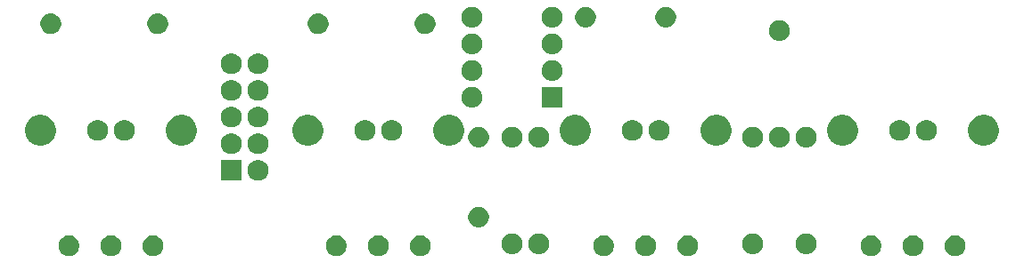
<source format=gbr>
G04 #@! TF.GenerationSoftware,KiCad,Pcbnew,(5.0.1)-3*
G04 #@! TF.CreationDate,2018-11-05T21:38:31-08:00*
G04 #@! TF.ProjectId,500-1138,3530302D313133382E6B696361645F70,rev?*
G04 #@! TF.SameCoordinates,Original*
G04 #@! TF.FileFunction,Soldermask,Bot*
G04 #@! TF.FilePolarity,Negative*
%FSLAX46Y46*%
G04 Gerber Fmt 4.6, Leading zero omitted, Abs format (unit mm)*
G04 Created by KiCad (PCBNEW (5.0.1)-3) date 11/5/2018 9:38:31 PM*
%MOMM*%
%LPD*%
G01*
G04 APERTURE LIST*
%ADD10C,0.100000*%
G04 APERTURE END LIST*
D10*
G36*
X232774853Y-111628036D02*
X232888014Y-111650545D01*
X233067709Y-111724977D01*
X233229431Y-111833036D01*
X233366964Y-111970569D01*
X233475023Y-112132291D01*
X233543557Y-112297748D01*
X233549455Y-112311987D01*
X233585312Y-112492250D01*
X233587400Y-112502750D01*
X233587400Y-112697250D01*
X233549455Y-112888014D01*
X233475023Y-113067709D01*
X233366964Y-113229431D01*
X233229431Y-113366964D01*
X233067709Y-113475023D01*
X232888014Y-113549455D01*
X232824426Y-113562103D01*
X232697252Y-113587400D01*
X232502748Y-113587400D01*
X232375574Y-113562103D01*
X232311986Y-113549455D01*
X232132291Y-113475023D01*
X231970569Y-113366964D01*
X231833036Y-113229431D01*
X231724977Y-113067709D01*
X231650545Y-112888014D01*
X231612600Y-112697250D01*
X231612600Y-112502750D01*
X231614689Y-112492250D01*
X231650545Y-112311987D01*
X231656443Y-112297748D01*
X231724977Y-112132291D01*
X231833036Y-111970569D01*
X231970569Y-111833036D01*
X232132291Y-111724977D01*
X232311986Y-111650545D01*
X232425147Y-111628036D01*
X232502748Y-111612600D01*
X232697252Y-111612600D01*
X232774853Y-111628036D01*
X232774853Y-111628036D01*
G37*
G36*
X152574853Y-111628036D02*
X152688014Y-111650545D01*
X152867709Y-111724977D01*
X153029431Y-111833036D01*
X153166964Y-111970569D01*
X153275023Y-112132291D01*
X153343557Y-112297748D01*
X153349455Y-112311987D01*
X153385312Y-112492250D01*
X153387400Y-112502750D01*
X153387400Y-112697250D01*
X153349455Y-112888014D01*
X153275023Y-113067709D01*
X153166964Y-113229431D01*
X153029431Y-113366964D01*
X152867709Y-113475023D01*
X152688014Y-113549455D01*
X152624426Y-113562103D01*
X152497252Y-113587400D01*
X152302748Y-113587400D01*
X152175574Y-113562103D01*
X152111986Y-113549455D01*
X151932291Y-113475023D01*
X151770569Y-113366964D01*
X151633036Y-113229431D01*
X151524977Y-113067709D01*
X151450545Y-112888014D01*
X151412600Y-112697250D01*
X151412600Y-112502750D01*
X151414689Y-112492250D01*
X151450545Y-112311987D01*
X151456443Y-112297748D01*
X151524977Y-112132291D01*
X151633036Y-111970569D01*
X151770569Y-111833036D01*
X151932291Y-111724977D01*
X152111986Y-111650545D01*
X152225147Y-111628036D01*
X152302748Y-111612600D01*
X152497252Y-111612600D01*
X152574853Y-111628036D01*
X152574853Y-111628036D01*
G37*
G36*
X156574853Y-111628036D02*
X156688014Y-111650545D01*
X156867709Y-111724977D01*
X157029431Y-111833036D01*
X157166964Y-111970569D01*
X157275023Y-112132291D01*
X157343557Y-112297748D01*
X157349455Y-112311987D01*
X157385312Y-112492250D01*
X157387400Y-112502750D01*
X157387400Y-112697250D01*
X157349455Y-112888014D01*
X157275023Y-113067709D01*
X157166964Y-113229431D01*
X157029431Y-113366964D01*
X156867709Y-113475023D01*
X156688014Y-113549455D01*
X156624426Y-113562103D01*
X156497252Y-113587400D01*
X156302748Y-113587400D01*
X156175574Y-113562103D01*
X156111986Y-113549455D01*
X155932291Y-113475023D01*
X155770569Y-113366964D01*
X155633036Y-113229431D01*
X155524977Y-113067709D01*
X155450545Y-112888014D01*
X155412600Y-112697250D01*
X155412600Y-112502750D01*
X155414689Y-112492250D01*
X155450545Y-112311987D01*
X155456443Y-112297748D01*
X155524977Y-112132291D01*
X155633036Y-111970569D01*
X155770569Y-111833036D01*
X155932291Y-111724977D01*
X156111986Y-111650545D01*
X156225147Y-111628036D01*
X156302748Y-111612600D01*
X156497252Y-111612600D01*
X156574853Y-111628036D01*
X156574853Y-111628036D01*
G37*
G36*
X148574853Y-111628036D02*
X148688014Y-111650545D01*
X148867709Y-111724977D01*
X149029431Y-111833036D01*
X149166964Y-111970569D01*
X149275023Y-112132291D01*
X149343557Y-112297748D01*
X149349455Y-112311987D01*
X149385312Y-112492250D01*
X149387400Y-112502750D01*
X149387400Y-112697250D01*
X149349455Y-112888014D01*
X149275023Y-113067709D01*
X149166964Y-113229431D01*
X149029431Y-113366964D01*
X148867709Y-113475023D01*
X148688014Y-113549455D01*
X148624426Y-113562103D01*
X148497252Y-113587400D01*
X148302748Y-113587400D01*
X148175574Y-113562103D01*
X148111986Y-113549455D01*
X147932291Y-113475023D01*
X147770569Y-113366964D01*
X147633036Y-113229431D01*
X147524977Y-113067709D01*
X147450545Y-112888014D01*
X147412600Y-112697250D01*
X147412600Y-112502750D01*
X147414689Y-112492250D01*
X147450545Y-112311987D01*
X147456443Y-112297748D01*
X147524977Y-112132291D01*
X147633036Y-111970569D01*
X147770569Y-111833036D01*
X147932291Y-111724977D01*
X148111986Y-111650545D01*
X148225147Y-111628036D01*
X148302748Y-111612600D01*
X148497252Y-111612600D01*
X148574853Y-111628036D01*
X148574853Y-111628036D01*
G37*
G36*
X173974853Y-111628036D02*
X174088014Y-111650545D01*
X174267709Y-111724977D01*
X174429431Y-111833036D01*
X174566964Y-111970569D01*
X174675023Y-112132291D01*
X174743557Y-112297748D01*
X174749455Y-112311987D01*
X174785312Y-112492250D01*
X174787400Y-112502750D01*
X174787400Y-112697250D01*
X174749455Y-112888014D01*
X174675023Y-113067709D01*
X174566964Y-113229431D01*
X174429431Y-113366964D01*
X174267709Y-113475023D01*
X174088014Y-113549455D01*
X174024426Y-113562103D01*
X173897252Y-113587400D01*
X173702748Y-113587400D01*
X173575574Y-113562103D01*
X173511986Y-113549455D01*
X173332291Y-113475023D01*
X173170569Y-113366964D01*
X173033036Y-113229431D01*
X172924977Y-113067709D01*
X172850545Y-112888014D01*
X172812600Y-112697250D01*
X172812600Y-112502750D01*
X172814689Y-112492250D01*
X172850545Y-112311987D01*
X172856443Y-112297748D01*
X172924977Y-112132291D01*
X173033036Y-111970569D01*
X173170569Y-111833036D01*
X173332291Y-111724977D01*
X173511986Y-111650545D01*
X173625147Y-111628036D01*
X173702748Y-111612600D01*
X173897252Y-111612600D01*
X173974853Y-111628036D01*
X173974853Y-111628036D01*
G37*
G36*
X181974853Y-111628036D02*
X182088014Y-111650545D01*
X182267709Y-111724977D01*
X182429431Y-111833036D01*
X182566964Y-111970569D01*
X182675023Y-112132291D01*
X182743557Y-112297748D01*
X182749455Y-112311987D01*
X182785312Y-112492250D01*
X182787400Y-112502750D01*
X182787400Y-112697250D01*
X182749455Y-112888014D01*
X182675023Y-113067709D01*
X182566964Y-113229431D01*
X182429431Y-113366964D01*
X182267709Y-113475023D01*
X182088014Y-113549455D01*
X182024426Y-113562103D01*
X181897252Y-113587400D01*
X181702748Y-113587400D01*
X181575574Y-113562103D01*
X181511986Y-113549455D01*
X181332291Y-113475023D01*
X181170569Y-113366964D01*
X181033036Y-113229431D01*
X180924977Y-113067709D01*
X180850545Y-112888014D01*
X180812600Y-112697250D01*
X180812600Y-112502750D01*
X180814689Y-112492250D01*
X180850545Y-112311987D01*
X180856443Y-112297748D01*
X180924977Y-112132291D01*
X181033036Y-111970569D01*
X181170569Y-111833036D01*
X181332291Y-111724977D01*
X181511986Y-111650545D01*
X181625147Y-111628036D01*
X181702748Y-111612600D01*
X181897252Y-111612600D01*
X181974853Y-111628036D01*
X181974853Y-111628036D01*
G37*
G36*
X177974853Y-111628036D02*
X178088014Y-111650545D01*
X178267709Y-111724977D01*
X178429431Y-111833036D01*
X178566964Y-111970569D01*
X178675023Y-112132291D01*
X178743557Y-112297748D01*
X178749455Y-112311987D01*
X178785312Y-112492250D01*
X178787400Y-112502750D01*
X178787400Y-112697250D01*
X178749455Y-112888014D01*
X178675023Y-113067709D01*
X178566964Y-113229431D01*
X178429431Y-113366964D01*
X178267709Y-113475023D01*
X178088014Y-113549455D01*
X178024426Y-113562103D01*
X177897252Y-113587400D01*
X177702748Y-113587400D01*
X177575574Y-113562103D01*
X177511986Y-113549455D01*
X177332291Y-113475023D01*
X177170569Y-113366964D01*
X177033036Y-113229431D01*
X176924977Y-113067709D01*
X176850545Y-112888014D01*
X176812600Y-112697250D01*
X176812600Y-112502750D01*
X176814689Y-112492250D01*
X176850545Y-112311987D01*
X176856443Y-112297748D01*
X176924977Y-112132291D01*
X177033036Y-111970569D01*
X177170569Y-111833036D01*
X177332291Y-111724977D01*
X177511986Y-111650545D01*
X177625147Y-111628036D01*
X177702748Y-111612600D01*
X177897252Y-111612600D01*
X177974853Y-111628036D01*
X177974853Y-111628036D01*
G37*
G36*
X203374853Y-111628036D02*
X203488014Y-111650545D01*
X203667709Y-111724977D01*
X203829431Y-111833036D01*
X203966964Y-111970569D01*
X204075023Y-112132291D01*
X204143557Y-112297748D01*
X204149455Y-112311987D01*
X204185312Y-112492250D01*
X204187400Y-112502750D01*
X204187400Y-112697250D01*
X204149455Y-112888014D01*
X204075023Y-113067709D01*
X203966964Y-113229431D01*
X203829431Y-113366964D01*
X203667709Y-113475023D01*
X203488014Y-113549455D01*
X203424426Y-113562103D01*
X203297252Y-113587400D01*
X203102748Y-113587400D01*
X202975574Y-113562103D01*
X202911986Y-113549455D01*
X202732291Y-113475023D01*
X202570569Y-113366964D01*
X202433036Y-113229431D01*
X202324977Y-113067709D01*
X202250545Y-112888014D01*
X202212600Y-112697250D01*
X202212600Y-112502750D01*
X202214689Y-112492250D01*
X202250545Y-112311987D01*
X202256443Y-112297748D01*
X202324977Y-112132291D01*
X202433036Y-111970569D01*
X202570569Y-111833036D01*
X202732291Y-111724977D01*
X202911986Y-111650545D01*
X203025147Y-111628036D01*
X203102748Y-111612600D01*
X203297252Y-111612600D01*
X203374853Y-111628036D01*
X203374853Y-111628036D01*
G37*
G36*
X207374853Y-111628036D02*
X207488014Y-111650545D01*
X207667709Y-111724977D01*
X207829431Y-111833036D01*
X207966964Y-111970569D01*
X208075023Y-112132291D01*
X208143557Y-112297748D01*
X208149455Y-112311987D01*
X208185312Y-112492250D01*
X208187400Y-112502750D01*
X208187400Y-112697250D01*
X208149455Y-112888014D01*
X208075023Y-113067709D01*
X207966964Y-113229431D01*
X207829431Y-113366964D01*
X207667709Y-113475023D01*
X207488014Y-113549455D01*
X207424426Y-113562103D01*
X207297252Y-113587400D01*
X207102748Y-113587400D01*
X206975574Y-113562103D01*
X206911986Y-113549455D01*
X206732291Y-113475023D01*
X206570569Y-113366964D01*
X206433036Y-113229431D01*
X206324977Y-113067709D01*
X206250545Y-112888014D01*
X206212600Y-112697250D01*
X206212600Y-112502750D01*
X206214689Y-112492250D01*
X206250545Y-112311987D01*
X206256443Y-112297748D01*
X206324977Y-112132291D01*
X206433036Y-111970569D01*
X206570569Y-111833036D01*
X206732291Y-111724977D01*
X206911986Y-111650545D01*
X207025147Y-111628036D01*
X207102748Y-111612600D01*
X207297252Y-111612600D01*
X207374853Y-111628036D01*
X207374853Y-111628036D01*
G37*
G36*
X199374853Y-111628036D02*
X199488014Y-111650545D01*
X199667709Y-111724977D01*
X199829431Y-111833036D01*
X199966964Y-111970569D01*
X200075023Y-112132291D01*
X200143557Y-112297748D01*
X200149455Y-112311987D01*
X200185312Y-112492250D01*
X200187400Y-112502750D01*
X200187400Y-112697250D01*
X200149455Y-112888014D01*
X200075023Y-113067709D01*
X199966964Y-113229431D01*
X199829431Y-113366964D01*
X199667709Y-113475023D01*
X199488014Y-113549455D01*
X199424426Y-113562103D01*
X199297252Y-113587400D01*
X199102748Y-113587400D01*
X198975574Y-113562103D01*
X198911986Y-113549455D01*
X198732291Y-113475023D01*
X198570569Y-113366964D01*
X198433036Y-113229431D01*
X198324977Y-113067709D01*
X198250545Y-112888014D01*
X198212600Y-112697250D01*
X198212600Y-112502750D01*
X198214689Y-112492250D01*
X198250545Y-112311987D01*
X198256443Y-112297748D01*
X198324977Y-112132291D01*
X198433036Y-111970569D01*
X198570569Y-111833036D01*
X198732291Y-111724977D01*
X198911986Y-111650545D01*
X199025147Y-111628036D01*
X199102748Y-111612600D01*
X199297252Y-111612600D01*
X199374853Y-111628036D01*
X199374853Y-111628036D01*
G37*
G36*
X224774853Y-111628036D02*
X224888014Y-111650545D01*
X225067709Y-111724977D01*
X225229431Y-111833036D01*
X225366964Y-111970569D01*
X225475023Y-112132291D01*
X225543557Y-112297748D01*
X225549455Y-112311987D01*
X225585312Y-112492250D01*
X225587400Y-112502750D01*
X225587400Y-112697250D01*
X225549455Y-112888014D01*
X225475023Y-113067709D01*
X225366964Y-113229431D01*
X225229431Y-113366964D01*
X225067709Y-113475023D01*
X224888014Y-113549455D01*
X224824426Y-113562103D01*
X224697252Y-113587400D01*
X224502748Y-113587400D01*
X224375574Y-113562103D01*
X224311986Y-113549455D01*
X224132291Y-113475023D01*
X223970569Y-113366964D01*
X223833036Y-113229431D01*
X223724977Y-113067709D01*
X223650545Y-112888014D01*
X223612600Y-112697250D01*
X223612600Y-112502750D01*
X223614689Y-112492250D01*
X223650545Y-112311987D01*
X223656443Y-112297748D01*
X223724977Y-112132291D01*
X223833036Y-111970569D01*
X223970569Y-111833036D01*
X224132291Y-111724977D01*
X224311986Y-111650545D01*
X224425147Y-111628036D01*
X224502748Y-111612600D01*
X224697252Y-111612600D01*
X224774853Y-111628036D01*
X224774853Y-111628036D01*
G37*
G36*
X228774853Y-111628036D02*
X228888014Y-111650545D01*
X229067709Y-111724977D01*
X229229431Y-111833036D01*
X229366964Y-111970569D01*
X229475023Y-112132291D01*
X229543557Y-112297748D01*
X229549455Y-112311987D01*
X229585312Y-112492250D01*
X229587400Y-112502750D01*
X229587400Y-112697250D01*
X229549455Y-112888014D01*
X229475023Y-113067709D01*
X229366964Y-113229431D01*
X229229431Y-113366964D01*
X229067709Y-113475023D01*
X228888014Y-113549455D01*
X228824426Y-113562103D01*
X228697252Y-113587400D01*
X228502748Y-113587400D01*
X228375574Y-113562103D01*
X228311986Y-113549455D01*
X228132291Y-113475023D01*
X227970569Y-113366964D01*
X227833036Y-113229431D01*
X227724977Y-113067709D01*
X227650545Y-112888014D01*
X227612600Y-112697250D01*
X227612600Y-112502750D01*
X227614689Y-112492250D01*
X227650545Y-112311987D01*
X227656443Y-112297748D01*
X227724977Y-112132291D01*
X227833036Y-111970569D01*
X227970569Y-111833036D01*
X228132291Y-111724977D01*
X228311986Y-111650545D01*
X228425147Y-111628036D01*
X228502748Y-111612600D01*
X228697252Y-111612600D01*
X228774853Y-111628036D01*
X228774853Y-111628036D01*
G37*
G36*
X218664426Y-111432897D02*
X218728014Y-111445545D01*
X218907709Y-111519977D01*
X219069431Y-111628036D01*
X219206964Y-111765569D01*
X219315023Y-111927291D01*
X219332949Y-111970569D01*
X219389455Y-112106987D01*
X219427400Y-112297748D01*
X219427400Y-112492252D01*
X219402103Y-112619426D01*
X219389455Y-112683014D01*
X219315023Y-112862709D01*
X219206964Y-113024431D01*
X219069431Y-113161964D01*
X218907709Y-113270023D01*
X218728014Y-113344455D01*
X218664426Y-113357103D01*
X218537252Y-113382400D01*
X218342748Y-113382400D01*
X218215574Y-113357103D01*
X218151986Y-113344455D01*
X217972291Y-113270023D01*
X217810569Y-113161964D01*
X217673036Y-113024431D01*
X217564977Y-112862709D01*
X217490545Y-112683014D01*
X217477897Y-112619426D01*
X217452600Y-112492252D01*
X217452600Y-112297748D01*
X217490545Y-112106987D01*
X217547051Y-111970569D01*
X217564977Y-111927291D01*
X217673036Y-111765569D01*
X217810569Y-111628036D01*
X217972291Y-111519977D01*
X218151986Y-111445545D01*
X218215574Y-111432897D01*
X218342748Y-111407600D01*
X218537252Y-111407600D01*
X218664426Y-111432897D01*
X218664426Y-111432897D01*
G37*
G36*
X193264426Y-111432897D02*
X193328014Y-111445545D01*
X193507709Y-111519977D01*
X193669431Y-111628036D01*
X193806964Y-111765569D01*
X193915023Y-111927291D01*
X193932949Y-111970569D01*
X193989455Y-112106987D01*
X194027400Y-112297748D01*
X194027400Y-112492252D01*
X194002103Y-112619426D01*
X193989455Y-112683014D01*
X193915023Y-112862709D01*
X193806964Y-113024431D01*
X193669431Y-113161964D01*
X193507709Y-113270023D01*
X193328014Y-113344455D01*
X193264426Y-113357103D01*
X193137252Y-113382400D01*
X192942748Y-113382400D01*
X192815574Y-113357103D01*
X192751986Y-113344455D01*
X192572291Y-113270023D01*
X192410569Y-113161964D01*
X192273036Y-113024431D01*
X192164977Y-112862709D01*
X192090545Y-112683014D01*
X192077897Y-112619426D01*
X192052600Y-112492252D01*
X192052600Y-112297748D01*
X192090545Y-112106987D01*
X192147051Y-111970569D01*
X192164977Y-111927291D01*
X192273036Y-111765569D01*
X192410569Y-111628036D01*
X192572291Y-111519977D01*
X192751986Y-111445545D01*
X192815574Y-111432897D01*
X192942748Y-111407600D01*
X193137252Y-111407600D01*
X193264426Y-111432897D01*
X193264426Y-111432897D01*
G37*
G36*
X213584426Y-111432897D02*
X213648014Y-111445545D01*
X213827709Y-111519977D01*
X213989431Y-111628036D01*
X214126964Y-111765569D01*
X214235023Y-111927291D01*
X214252949Y-111970569D01*
X214309455Y-112106987D01*
X214347400Y-112297748D01*
X214347400Y-112492252D01*
X214322103Y-112619426D01*
X214309455Y-112683014D01*
X214235023Y-112862709D01*
X214126964Y-113024431D01*
X213989431Y-113161964D01*
X213827709Y-113270023D01*
X213648014Y-113344455D01*
X213584426Y-113357103D01*
X213457252Y-113382400D01*
X213262748Y-113382400D01*
X213135574Y-113357103D01*
X213071986Y-113344455D01*
X212892291Y-113270023D01*
X212730569Y-113161964D01*
X212593036Y-113024431D01*
X212484977Y-112862709D01*
X212410545Y-112683014D01*
X212397897Y-112619426D01*
X212372600Y-112492252D01*
X212372600Y-112297748D01*
X212410545Y-112106987D01*
X212467051Y-111970569D01*
X212484977Y-111927291D01*
X212593036Y-111765569D01*
X212730569Y-111628036D01*
X212892291Y-111519977D01*
X213071986Y-111445545D01*
X213135574Y-111432897D01*
X213262748Y-111407600D01*
X213457252Y-111407600D01*
X213584426Y-111432897D01*
X213584426Y-111432897D01*
G37*
G36*
X190724426Y-111432897D02*
X190788014Y-111445545D01*
X190967709Y-111519977D01*
X191129431Y-111628036D01*
X191266964Y-111765569D01*
X191375023Y-111927291D01*
X191392949Y-111970569D01*
X191449455Y-112106987D01*
X191487400Y-112297748D01*
X191487400Y-112492252D01*
X191462103Y-112619426D01*
X191449455Y-112683014D01*
X191375023Y-112862709D01*
X191266964Y-113024431D01*
X191129431Y-113161964D01*
X190967709Y-113270023D01*
X190788014Y-113344455D01*
X190724426Y-113357103D01*
X190597252Y-113382400D01*
X190402748Y-113382400D01*
X190275574Y-113357103D01*
X190211986Y-113344455D01*
X190032291Y-113270023D01*
X189870569Y-113161964D01*
X189733036Y-113024431D01*
X189624977Y-112862709D01*
X189550545Y-112683014D01*
X189537897Y-112619426D01*
X189512600Y-112492252D01*
X189512600Y-112297748D01*
X189550545Y-112106987D01*
X189607051Y-111970569D01*
X189624977Y-111927291D01*
X189733036Y-111765569D01*
X189870569Y-111628036D01*
X190032291Y-111519977D01*
X190211986Y-111445545D01*
X190275574Y-111432897D01*
X190402748Y-111407600D01*
X190597252Y-111407600D01*
X190724426Y-111432897D01*
X190724426Y-111432897D01*
G37*
G36*
X187549426Y-108892897D02*
X187613014Y-108905545D01*
X187792709Y-108979977D01*
X187954431Y-109088036D01*
X188091964Y-109225569D01*
X188200023Y-109387291D01*
X188274455Y-109566986D01*
X188312400Y-109757750D01*
X188312400Y-109952250D01*
X188274455Y-110143014D01*
X188200023Y-110322709D01*
X188091964Y-110484431D01*
X187954431Y-110621964D01*
X187792709Y-110730023D01*
X187613014Y-110804455D01*
X187549426Y-110817103D01*
X187422252Y-110842400D01*
X187227748Y-110842400D01*
X187100574Y-110817103D01*
X187036986Y-110804455D01*
X186857291Y-110730023D01*
X186695569Y-110621964D01*
X186558036Y-110484431D01*
X186449977Y-110322709D01*
X186375545Y-110143014D01*
X186337600Y-109952250D01*
X186337600Y-109757750D01*
X186375545Y-109566986D01*
X186449977Y-109387291D01*
X186558036Y-109225569D01*
X186695569Y-109088036D01*
X186857291Y-108979977D01*
X187036986Y-108905545D01*
X187100574Y-108892897D01*
X187227748Y-108867600D01*
X187422252Y-108867600D01*
X187549426Y-108892897D01*
X187549426Y-108892897D01*
G37*
G36*
X166594426Y-104447897D02*
X166658014Y-104460545D01*
X166837709Y-104534977D01*
X166999431Y-104643036D01*
X167136964Y-104780569D01*
X167245023Y-104942291D01*
X167319455Y-105121986D01*
X167357400Y-105312750D01*
X167357400Y-105507250D01*
X167319455Y-105698014D01*
X167245023Y-105877709D01*
X167136964Y-106039431D01*
X166999431Y-106176964D01*
X166837709Y-106285023D01*
X166658014Y-106359455D01*
X166594426Y-106372103D01*
X166467252Y-106397400D01*
X166272748Y-106397400D01*
X166145574Y-106372103D01*
X166081986Y-106359455D01*
X165902291Y-106285023D01*
X165740569Y-106176964D01*
X165603036Y-106039431D01*
X165494977Y-105877709D01*
X165420545Y-105698014D01*
X165382600Y-105507250D01*
X165382600Y-105312750D01*
X165420545Y-105121986D01*
X165494977Y-104942291D01*
X165603036Y-104780569D01*
X165740569Y-104643036D01*
X165902291Y-104534977D01*
X166081986Y-104460545D01*
X166145574Y-104447897D01*
X166272748Y-104422600D01*
X166467252Y-104422600D01*
X166594426Y-104447897D01*
X166594426Y-104447897D01*
G37*
G36*
X164817400Y-106397400D02*
X162842600Y-106397400D01*
X162842600Y-104422600D01*
X164817400Y-104422600D01*
X164817400Y-106397400D01*
X164817400Y-106397400D01*
G37*
G36*
X166594426Y-101907897D02*
X166658014Y-101920545D01*
X166837709Y-101994977D01*
X166999431Y-102103036D01*
X167136964Y-102240569D01*
X167245023Y-102402291D01*
X167305980Y-102549455D01*
X167319455Y-102581987D01*
X167357400Y-102772748D01*
X167357400Y-102967252D01*
X167336962Y-103070000D01*
X167319455Y-103158014D01*
X167245023Y-103337709D01*
X167136964Y-103499431D01*
X166999431Y-103636964D01*
X166837709Y-103745023D01*
X166658014Y-103819455D01*
X166594426Y-103832103D01*
X166467252Y-103857400D01*
X166272748Y-103857400D01*
X166145574Y-103832103D01*
X166081986Y-103819455D01*
X165902291Y-103745023D01*
X165740569Y-103636964D01*
X165603036Y-103499431D01*
X165494977Y-103337709D01*
X165420545Y-103158014D01*
X165403038Y-103070000D01*
X165382600Y-102967252D01*
X165382600Y-102772748D01*
X165420545Y-102581987D01*
X165434020Y-102549455D01*
X165494977Y-102402291D01*
X165603036Y-102240569D01*
X165740569Y-102103036D01*
X165902291Y-101994977D01*
X166081986Y-101920545D01*
X166145574Y-101907897D01*
X166272748Y-101882600D01*
X166467252Y-101882600D01*
X166594426Y-101907897D01*
X166594426Y-101907897D01*
G37*
G36*
X164054426Y-101907897D02*
X164118014Y-101920545D01*
X164297709Y-101994977D01*
X164459431Y-102103036D01*
X164596964Y-102240569D01*
X164705023Y-102402291D01*
X164765980Y-102549455D01*
X164779455Y-102581987D01*
X164817400Y-102772748D01*
X164817400Y-102967252D01*
X164796962Y-103070000D01*
X164779455Y-103158014D01*
X164705023Y-103337709D01*
X164596964Y-103499431D01*
X164459431Y-103636964D01*
X164297709Y-103745023D01*
X164118014Y-103819455D01*
X164054426Y-103832103D01*
X163927252Y-103857400D01*
X163732748Y-103857400D01*
X163605574Y-103832103D01*
X163541986Y-103819455D01*
X163362291Y-103745023D01*
X163200569Y-103636964D01*
X163063036Y-103499431D01*
X162954977Y-103337709D01*
X162880545Y-103158014D01*
X162863038Y-103070000D01*
X162842600Y-102967252D01*
X162842600Y-102772748D01*
X162880545Y-102581987D01*
X162894020Y-102549455D01*
X162954977Y-102402291D01*
X163063036Y-102240569D01*
X163200569Y-102103036D01*
X163362291Y-101994977D01*
X163541986Y-101920545D01*
X163605574Y-101907897D01*
X163732748Y-101882600D01*
X163927252Y-101882600D01*
X164054426Y-101907897D01*
X164054426Y-101907897D01*
G37*
G36*
X193264426Y-101272897D02*
X193328014Y-101285545D01*
X193507709Y-101359977D01*
X193669431Y-101468036D01*
X193806964Y-101605569D01*
X193915023Y-101767291D01*
X193989455Y-101946986D01*
X193989455Y-101946987D01*
X194027400Y-102137748D01*
X194027400Y-102332252D01*
X194020495Y-102366964D01*
X193989455Y-102523014D01*
X193915023Y-102702709D01*
X193806964Y-102864431D01*
X193669431Y-103001964D01*
X193507709Y-103110023D01*
X193328014Y-103184455D01*
X193264426Y-103197103D01*
X193137252Y-103222400D01*
X192942748Y-103222400D01*
X192815574Y-103197103D01*
X192751986Y-103184455D01*
X192572291Y-103110023D01*
X192410569Y-103001964D01*
X192273036Y-102864431D01*
X192164977Y-102702709D01*
X192090545Y-102523014D01*
X192059505Y-102366964D01*
X192052600Y-102332252D01*
X192052600Y-102137748D01*
X192090545Y-101946987D01*
X192090545Y-101946986D01*
X192164977Y-101767291D01*
X192273036Y-101605569D01*
X192410569Y-101468036D01*
X192572291Y-101359977D01*
X192751986Y-101285545D01*
X192815574Y-101272897D01*
X192942748Y-101247600D01*
X193137252Y-101247600D01*
X193264426Y-101272897D01*
X193264426Y-101272897D01*
G37*
G36*
X187549426Y-101272897D02*
X187613014Y-101285545D01*
X187792709Y-101359977D01*
X187954431Y-101468036D01*
X188091964Y-101605569D01*
X188200023Y-101767291D01*
X188274455Y-101946986D01*
X188274455Y-101946987D01*
X188312400Y-102137748D01*
X188312400Y-102332252D01*
X188305495Y-102366964D01*
X188274455Y-102523014D01*
X188200023Y-102702709D01*
X188091964Y-102864431D01*
X187954431Y-103001964D01*
X187792709Y-103110023D01*
X187613014Y-103184455D01*
X187549426Y-103197103D01*
X187422252Y-103222400D01*
X187227748Y-103222400D01*
X187100574Y-103197103D01*
X187036986Y-103184455D01*
X186857291Y-103110023D01*
X186695569Y-103001964D01*
X186558036Y-102864431D01*
X186449977Y-102702709D01*
X186375545Y-102523014D01*
X186344505Y-102366964D01*
X186337600Y-102332252D01*
X186337600Y-102137748D01*
X186375545Y-101946987D01*
X186375545Y-101946986D01*
X186449977Y-101767291D01*
X186558036Y-101605569D01*
X186695569Y-101468036D01*
X186857291Y-101359977D01*
X187036986Y-101285545D01*
X187100574Y-101272897D01*
X187227748Y-101247600D01*
X187422252Y-101247600D01*
X187549426Y-101272897D01*
X187549426Y-101272897D01*
G37*
G36*
X213584426Y-101272897D02*
X213648014Y-101285545D01*
X213827709Y-101359977D01*
X213989431Y-101468036D01*
X214126964Y-101605569D01*
X214235023Y-101767291D01*
X214309455Y-101946986D01*
X214309455Y-101946987D01*
X214347400Y-102137748D01*
X214347400Y-102332252D01*
X214340495Y-102366964D01*
X214309455Y-102523014D01*
X214235023Y-102702709D01*
X214126964Y-102864431D01*
X213989431Y-103001964D01*
X213827709Y-103110023D01*
X213648014Y-103184455D01*
X213584426Y-103197103D01*
X213457252Y-103222400D01*
X213262748Y-103222400D01*
X213135574Y-103197103D01*
X213071986Y-103184455D01*
X212892291Y-103110023D01*
X212730569Y-103001964D01*
X212593036Y-102864431D01*
X212484977Y-102702709D01*
X212410545Y-102523014D01*
X212379505Y-102366964D01*
X212372600Y-102332252D01*
X212372600Y-102137748D01*
X212410545Y-101946987D01*
X212410545Y-101946986D01*
X212484977Y-101767291D01*
X212593036Y-101605569D01*
X212730569Y-101468036D01*
X212892291Y-101359977D01*
X213071986Y-101285545D01*
X213135574Y-101272897D01*
X213262748Y-101247600D01*
X213457252Y-101247600D01*
X213584426Y-101272897D01*
X213584426Y-101272897D01*
G37*
G36*
X216124426Y-101272897D02*
X216188014Y-101285545D01*
X216367709Y-101359977D01*
X216529431Y-101468036D01*
X216666964Y-101605569D01*
X216775023Y-101767291D01*
X216849455Y-101946986D01*
X216849455Y-101946987D01*
X216887400Y-102137748D01*
X216887400Y-102332252D01*
X216880495Y-102366964D01*
X216849455Y-102523014D01*
X216775023Y-102702709D01*
X216666964Y-102864431D01*
X216529431Y-103001964D01*
X216367709Y-103110023D01*
X216188014Y-103184455D01*
X216124426Y-103197103D01*
X215997252Y-103222400D01*
X215802748Y-103222400D01*
X215675574Y-103197103D01*
X215611986Y-103184455D01*
X215432291Y-103110023D01*
X215270569Y-103001964D01*
X215133036Y-102864431D01*
X215024977Y-102702709D01*
X214950545Y-102523014D01*
X214919505Y-102366964D01*
X214912600Y-102332252D01*
X214912600Y-102137748D01*
X214950545Y-101946987D01*
X214950545Y-101946986D01*
X215024977Y-101767291D01*
X215133036Y-101605569D01*
X215270569Y-101468036D01*
X215432291Y-101359977D01*
X215611986Y-101285545D01*
X215675574Y-101272897D01*
X215802748Y-101247600D01*
X215997252Y-101247600D01*
X216124426Y-101272897D01*
X216124426Y-101272897D01*
G37*
G36*
X218664426Y-101272897D02*
X218728014Y-101285545D01*
X218907709Y-101359977D01*
X219069431Y-101468036D01*
X219206964Y-101605569D01*
X219315023Y-101767291D01*
X219389455Y-101946986D01*
X219389455Y-101946987D01*
X219427400Y-102137748D01*
X219427400Y-102332252D01*
X219420495Y-102366964D01*
X219389455Y-102523014D01*
X219315023Y-102702709D01*
X219206964Y-102864431D01*
X219069431Y-103001964D01*
X218907709Y-103110023D01*
X218728014Y-103184455D01*
X218664426Y-103197103D01*
X218537252Y-103222400D01*
X218342748Y-103222400D01*
X218215574Y-103197103D01*
X218151986Y-103184455D01*
X217972291Y-103110023D01*
X217810569Y-103001964D01*
X217673036Y-102864431D01*
X217564977Y-102702709D01*
X217490545Y-102523014D01*
X217459505Y-102366964D01*
X217452600Y-102332252D01*
X217452600Y-102137748D01*
X217490545Y-101946987D01*
X217490545Y-101946986D01*
X217564977Y-101767291D01*
X217673036Y-101605569D01*
X217810569Y-101468036D01*
X217972291Y-101359977D01*
X218151986Y-101285545D01*
X218215574Y-101272897D01*
X218342748Y-101247600D01*
X218537252Y-101247600D01*
X218664426Y-101272897D01*
X218664426Y-101272897D01*
G37*
G36*
X190724426Y-101272897D02*
X190788014Y-101285545D01*
X190967709Y-101359977D01*
X191129431Y-101468036D01*
X191266964Y-101605569D01*
X191375023Y-101767291D01*
X191449455Y-101946986D01*
X191449455Y-101946987D01*
X191487400Y-102137748D01*
X191487400Y-102332252D01*
X191480495Y-102366964D01*
X191449455Y-102523014D01*
X191375023Y-102702709D01*
X191266964Y-102864431D01*
X191129431Y-103001964D01*
X190967709Y-103110023D01*
X190788014Y-103184455D01*
X190724426Y-103197103D01*
X190597252Y-103222400D01*
X190402748Y-103222400D01*
X190275574Y-103197103D01*
X190211986Y-103184455D01*
X190032291Y-103110023D01*
X189870569Y-103001964D01*
X189733036Y-102864431D01*
X189624977Y-102702709D01*
X189550545Y-102523014D01*
X189519505Y-102366964D01*
X189512600Y-102332252D01*
X189512600Y-102137748D01*
X189550545Y-101946987D01*
X189550545Y-101946986D01*
X189624977Y-101767291D01*
X189733036Y-101605569D01*
X189870569Y-101468036D01*
X190032291Y-101359977D01*
X190211986Y-101285545D01*
X190275574Y-101272897D01*
X190402748Y-101247600D01*
X190597252Y-101247600D01*
X190724426Y-101272897D01*
X190724426Y-101272897D01*
G37*
G36*
X159528781Y-100186490D02*
X159796307Y-100297303D01*
X160037074Y-100458178D01*
X160241822Y-100662926D01*
X160402697Y-100903693D01*
X160513510Y-101171219D01*
X160570000Y-101455216D01*
X160570000Y-101744784D01*
X160513510Y-102028781D01*
X160402697Y-102296307D01*
X160241822Y-102537074D01*
X160037074Y-102741822D01*
X159796307Y-102902697D01*
X159528781Y-103013510D01*
X159244784Y-103070000D01*
X158955216Y-103070000D01*
X158671219Y-103013510D01*
X158403693Y-102902697D01*
X158162926Y-102741822D01*
X157958178Y-102537074D01*
X157797303Y-102296307D01*
X157686490Y-102028781D01*
X157630000Y-101744784D01*
X157630000Y-101455216D01*
X157686490Y-101171219D01*
X157797303Y-100903693D01*
X157958178Y-100662926D01*
X158162926Y-100458178D01*
X158403693Y-100297303D01*
X158671219Y-100186490D01*
X158955216Y-100130000D01*
X159244784Y-100130000D01*
X159528781Y-100186490D01*
X159528781Y-100186490D01*
G37*
G36*
X235728781Y-100186490D02*
X235996307Y-100297303D01*
X236237074Y-100458178D01*
X236441822Y-100662926D01*
X236602697Y-100903693D01*
X236713510Y-101171219D01*
X236770000Y-101455216D01*
X236770000Y-101744784D01*
X236713510Y-102028781D01*
X236602697Y-102296307D01*
X236441822Y-102537074D01*
X236237074Y-102741822D01*
X235996307Y-102902697D01*
X235728781Y-103013510D01*
X235444784Y-103070000D01*
X235155216Y-103070000D01*
X234871219Y-103013510D01*
X234603693Y-102902697D01*
X234362926Y-102741822D01*
X234158178Y-102537074D01*
X233997303Y-102296307D01*
X233886490Y-102028781D01*
X233830000Y-101744784D01*
X233830000Y-101455216D01*
X233886490Y-101171219D01*
X233997303Y-100903693D01*
X234158178Y-100662926D01*
X234362926Y-100458178D01*
X234603693Y-100297303D01*
X234871219Y-100186490D01*
X235155216Y-100130000D01*
X235444784Y-100130000D01*
X235728781Y-100186490D01*
X235728781Y-100186490D01*
G37*
G36*
X222328781Y-100186490D02*
X222596307Y-100297303D01*
X222837074Y-100458178D01*
X223041822Y-100662926D01*
X223202697Y-100903693D01*
X223313510Y-101171219D01*
X223370000Y-101455216D01*
X223370000Y-101744784D01*
X223313510Y-102028781D01*
X223202697Y-102296307D01*
X223041822Y-102537074D01*
X222837074Y-102741822D01*
X222596307Y-102902697D01*
X222328781Y-103013510D01*
X222044784Y-103070000D01*
X221755216Y-103070000D01*
X221471219Y-103013510D01*
X221203693Y-102902697D01*
X220962926Y-102741822D01*
X220758178Y-102537074D01*
X220597303Y-102296307D01*
X220486490Y-102028781D01*
X220430000Y-101744784D01*
X220430000Y-101455216D01*
X220486490Y-101171219D01*
X220597303Y-100903693D01*
X220758178Y-100662926D01*
X220962926Y-100458178D01*
X221203693Y-100297303D01*
X221471219Y-100186490D01*
X221755216Y-100130000D01*
X222044784Y-100130000D01*
X222328781Y-100186490D01*
X222328781Y-100186490D01*
G37*
G36*
X146128781Y-100186490D02*
X146396307Y-100297303D01*
X146637074Y-100458178D01*
X146841822Y-100662926D01*
X147002697Y-100903693D01*
X147113510Y-101171219D01*
X147170000Y-101455216D01*
X147170000Y-101744784D01*
X147113510Y-102028781D01*
X147002697Y-102296307D01*
X146841822Y-102537074D01*
X146637074Y-102741822D01*
X146396307Y-102902697D01*
X146128781Y-103013510D01*
X145844784Y-103070000D01*
X145555216Y-103070000D01*
X145271219Y-103013510D01*
X145003693Y-102902697D01*
X144762926Y-102741822D01*
X144558178Y-102537074D01*
X144397303Y-102296307D01*
X144286490Y-102028781D01*
X144230000Y-101744784D01*
X144230000Y-101455216D01*
X144286490Y-101171219D01*
X144397303Y-100903693D01*
X144558178Y-100662926D01*
X144762926Y-100458178D01*
X145003693Y-100297303D01*
X145271219Y-100186490D01*
X145555216Y-100130000D01*
X145844784Y-100130000D01*
X146128781Y-100186490D01*
X146128781Y-100186490D01*
G37*
G36*
X171528781Y-100186490D02*
X171796307Y-100297303D01*
X172037074Y-100458178D01*
X172241822Y-100662926D01*
X172402697Y-100903693D01*
X172513510Y-101171219D01*
X172570000Y-101455216D01*
X172570000Y-101744784D01*
X172513510Y-102028781D01*
X172402697Y-102296307D01*
X172241822Y-102537074D01*
X172037074Y-102741822D01*
X171796307Y-102902697D01*
X171528781Y-103013510D01*
X171244784Y-103070000D01*
X170955216Y-103070000D01*
X170671219Y-103013510D01*
X170403693Y-102902697D01*
X170162926Y-102741822D01*
X169958178Y-102537074D01*
X169797303Y-102296307D01*
X169686490Y-102028781D01*
X169630000Y-101744784D01*
X169630000Y-101455216D01*
X169686490Y-101171219D01*
X169797303Y-100903693D01*
X169958178Y-100662926D01*
X170162926Y-100458178D01*
X170403693Y-100297303D01*
X170671219Y-100186490D01*
X170955216Y-100130000D01*
X171244784Y-100130000D01*
X171528781Y-100186490D01*
X171528781Y-100186490D01*
G37*
G36*
X184928781Y-100186490D02*
X185196307Y-100297303D01*
X185437074Y-100458178D01*
X185641822Y-100662926D01*
X185802697Y-100903693D01*
X185913510Y-101171219D01*
X185970000Y-101455216D01*
X185970000Y-101744784D01*
X185913510Y-102028781D01*
X185802697Y-102296307D01*
X185641822Y-102537074D01*
X185437074Y-102741822D01*
X185196307Y-102902697D01*
X184928781Y-103013510D01*
X184644784Y-103070000D01*
X184355216Y-103070000D01*
X184071219Y-103013510D01*
X183803693Y-102902697D01*
X183562926Y-102741822D01*
X183358178Y-102537074D01*
X183197303Y-102296307D01*
X183086490Y-102028781D01*
X183030000Y-101744784D01*
X183030000Y-101455216D01*
X183086490Y-101171219D01*
X183197303Y-100903693D01*
X183358178Y-100662926D01*
X183562926Y-100458178D01*
X183803693Y-100297303D01*
X184071219Y-100186490D01*
X184355216Y-100130000D01*
X184644784Y-100130000D01*
X184928781Y-100186490D01*
X184928781Y-100186490D01*
G37*
G36*
X196928781Y-100186490D02*
X197196307Y-100297303D01*
X197437074Y-100458178D01*
X197641822Y-100662926D01*
X197802697Y-100903693D01*
X197913510Y-101171219D01*
X197970000Y-101455216D01*
X197970000Y-101744784D01*
X197913510Y-102028781D01*
X197802697Y-102296307D01*
X197641822Y-102537074D01*
X197437074Y-102741822D01*
X197196307Y-102902697D01*
X196928781Y-103013510D01*
X196644784Y-103070000D01*
X196355216Y-103070000D01*
X196071219Y-103013510D01*
X195803693Y-102902697D01*
X195562926Y-102741822D01*
X195358178Y-102537074D01*
X195197303Y-102296307D01*
X195086490Y-102028781D01*
X195030000Y-101744784D01*
X195030000Y-101455216D01*
X195086490Y-101171219D01*
X195197303Y-100903693D01*
X195358178Y-100662926D01*
X195562926Y-100458178D01*
X195803693Y-100297303D01*
X196071219Y-100186490D01*
X196355216Y-100130000D01*
X196644784Y-100130000D01*
X196928781Y-100186490D01*
X196928781Y-100186490D01*
G37*
G36*
X210328781Y-100186490D02*
X210596307Y-100297303D01*
X210837074Y-100458178D01*
X211041822Y-100662926D01*
X211202697Y-100903693D01*
X211313510Y-101171219D01*
X211370000Y-101455216D01*
X211370000Y-101744784D01*
X211313510Y-102028781D01*
X211202697Y-102296307D01*
X211041822Y-102537074D01*
X210837074Y-102741822D01*
X210596307Y-102902697D01*
X210328781Y-103013510D01*
X210044784Y-103070000D01*
X209755216Y-103070000D01*
X209471219Y-103013510D01*
X209203693Y-102902697D01*
X208962926Y-102741822D01*
X208758178Y-102537074D01*
X208597303Y-102296307D01*
X208486490Y-102028781D01*
X208430000Y-101744784D01*
X208430000Y-101455216D01*
X208486490Y-101171219D01*
X208597303Y-100903693D01*
X208758178Y-100662926D01*
X208962926Y-100458178D01*
X209203693Y-100297303D01*
X209471219Y-100186490D01*
X209755216Y-100130000D01*
X210044784Y-100130000D01*
X210328781Y-100186490D01*
X210328781Y-100186490D01*
G37*
G36*
X230094426Y-100637897D02*
X230158014Y-100650545D01*
X230337709Y-100724977D01*
X230499431Y-100833036D01*
X230636964Y-100970569D01*
X230745023Y-101132291D01*
X230819455Y-101311986D01*
X230819455Y-101311987D01*
X230857400Y-101502748D01*
X230857400Y-101697252D01*
X230847945Y-101744784D01*
X230819455Y-101888014D01*
X230745023Y-102067709D01*
X230636964Y-102229431D01*
X230499431Y-102366964D01*
X230337709Y-102475023D01*
X230158014Y-102549455D01*
X230094426Y-102562103D01*
X229967252Y-102587400D01*
X229772748Y-102587400D01*
X229645574Y-102562103D01*
X229581986Y-102549455D01*
X229402291Y-102475023D01*
X229240569Y-102366964D01*
X229103036Y-102229431D01*
X228994977Y-102067709D01*
X228920545Y-101888014D01*
X228892055Y-101744784D01*
X228882600Y-101697252D01*
X228882600Y-101502748D01*
X228920545Y-101311987D01*
X228920545Y-101311986D01*
X228994977Y-101132291D01*
X229103036Y-100970569D01*
X229240569Y-100833036D01*
X229402291Y-100724977D01*
X229581986Y-100650545D01*
X229645574Y-100637897D01*
X229772748Y-100612600D01*
X229967252Y-100612600D01*
X230094426Y-100637897D01*
X230094426Y-100637897D01*
G37*
G36*
X227554426Y-100637897D02*
X227618014Y-100650545D01*
X227797709Y-100724977D01*
X227959431Y-100833036D01*
X228096964Y-100970569D01*
X228205023Y-101132291D01*
X228279455Y-101311986D01*
X228279455Y-101311987D01*
X228317400Y-101502748D01*
X228317400Y-101697252D01*
X228307945Y-101744784D01*
X228279455Y-101888014D01*
X228205023Y-102067709D01*
X228096964Y-102229431D01*
X227959431Y-102366964D01*
X227797709Y-102475023D01*
X227618014Y-102549455D01*
X227554426Y-102562103D01*
X227427252Y-102587400D01*
X227232748Y-102587400D01*
X227105574Y-102562103D01*
X227041986Y-102549455D01*
X226862291Y-102475023D01*
X226700569Y-102366964D01*
X226563036Y-102229431D01*
X226454977Y-102067709D01*
X226380545Y-101888014D01*
X226352055Y-101744784D01*
X226342600Y-101697252D01*
X226342600Y-101502748D01*
X226380545Y-101311987D01*
X226380545Y-101311986D01*
X226454977Y-101132291D01*
X226563036Y-100970569D01*
X226700569Y-100833036D01*
X226862291Y-100724977D01*
X227041986Y-100650545D01*
X227105574Y-100637897D01*
X227232748Y-100612600D01*
X227427252Y-100612600D01*
X227554426Y-100637897D01*
X227554426Y-100637897D01*
G37*
G36*
X204694426Y-100637897D02*
X204758014Y-100650545D01*
X204937709Y-100724977D01*
X205099431Y-100833036D01*
X205236964Y-100970569D01*
X205345023Y-101132291D01*
X205419455Y-101311986D01*
X205419455Y-101311987D01*
X205457400Y-101502748D01*
X205457400Y-101697252D01*
X205447945Y-101744784D01*
X205419455Y-101888014D01*
X205345023Y-102067709D01*
X205236964Y-102229431D01*
X205099431Y-102366964D01*
X204937709Y-102475023D01*
X204758014Y-102549455D01*
X204694426Y-102562103D01*
X204567252Y-102587400D01*
X204372748Y-102587400D01*
X204245574Y-102562103D01*
X204181986Y-102549455D01*
X204002291Y-102475023D01*
X203840569Y-102366964D01*
X203703036Y-102229431D01*
X203594977Y-102067709D01*
X203520545Y-101888014D01*
X203492055Y-101744784D01*
X203482600Y-101697252D01*
X203482600Y-101502748D01*
X203520545Y-101311987D01*
X203520545Y-101311986D01*
X203594977Y-101132291D01*
X203703036Y-100970569D01*
X203840569Y-100833036D01*
X204002291Y-100724977D01*
X204181986Y-100650545D01*
X204245574Y-100637897D01*
X204372748Y-100612600D01*
X204567252Y-100612600D01*
X204694426Y-100637897D01*
X204694426Y-100637897D01*
G37*
G36*
X153894426Y-100637897D02*
X153958014Y-100650545D01*
X154137709Y-100724977D01*
X154299431Y-100833036D01*
X154436964Y-100970569D01*
X154545023Y-101132291D01*
X154619455Y-101311986D01*
X154619455Y-101311987D01*
X154657400Y-101502748D01*
X154657400Y-101697252D01*
X154647945Y-101744784D01*
X154619455Y-101888014D01*
X154545023Y-102067709D01*
X154436964Y-102229431D01*
X154299431Y-102366964D01*
X154137709Y-102475023D01*
X153958014Y-102549455D01*
X153894426Y-102562103D01*
X153767252Y-102587400D01*
X153572748Y-102587400D01*
X153445574Y-102562103D01*
X153381986Y-102549455D01*
X153202291Y-102475023D01*
X153040569Y-102366964D01*
X152903036Y-102229431D01*
X152794977Y-102067709D01*
X152720545Y-101888014D01*
X152692055Y-101744784D01*
X152682600Y-101697252D01*
X152682600Y-101502748D01*
X152720545Y-101311987D01*
X152720545Y-101311986D01*
X152794977Y-101132291D01*
X152903036Y-100970569D01*
X153040569Y-100833036D01*
X153202291Y-100724977D01*
X153381986Y-100650545D01*
X153445574Y-100637897D01*
X153572748Y-100612600D01*
X153767252Y-100612600D01*
X153894426Y-100637897D01*
X153894426Y-100637897D01*
G37*
G36*
X151354426Y-100637897D02*
X151418014Y-100650545D01*
X151597709Y-100724977D01*
X151759431Y-100833036D01*
X151896964Y-100970569D01*
X152005023Y-101132291D01*
X152079455Y-101311986D01*
X152079455Y-101311987D01*
X152117400Y-101502748D01*
X152117400Y-101697252D01*
X152107945Y-101744784D01*
X152079455Y-101888014D01*
X152005023Y-102067709D01*
X151896964Y-102229431D01*
X151759431Y-102366964D01*
X151597709Y-102475023D01*
X151418014Y-102549455D01*
X151354426Y-102562103D01*
X151227252Y-102587400D01*
X151032748Y-102587400D01*
X150905574Y-102562103D01*
X150841986Y-102549455D01*
X150662291Y-102475023D01*
X150500569Y-102366964D01*
X150363036Y-102229431D01*
X150254977Y-102067709D01*
X150180545Y-101888014D01*
X150152055Y-101744784D01*
X150142600Y-101697252D01*
X150142600Y-101502748D01*
X150180545Y-101311987D01*
X150180545Y-101311986D01*
X150254977Y-101132291D01*
X150363036Y-100970569D01*
X150500569Y-100833036D01*
X150662291Y-100724977D01*
X150841986Y-100650545D01*
X150905574Y-100637897D01*
X151032748Y-100612600D01*
X151227252Y-100612600D01*
X151354426Y-100637897D01*
X151354426Y-100637897D01*
G37*
G36*
X202154426Y-100637897D02*
X202218014Y-100650545D01*
X202397709Y-100724977D01*
X202559431Y-100833036D01*
X202696964Y-100970569D01*
X202805023Y-101132291D01*
X202879455Y-101311986D01*
X202879455Y-101311987D01*
X202917400Y-101502748D01*
X202917400Y-101697252D01*
X202907945Y-101744784D01*
X202879455Y-101888014D01*
X202805023Y-102067709D01*
X202696964Y-102229431D01*
X202559431Y-102366964D01*
X202397709Y-102475023D01*
X202218014Y-102549455D01*
X202154426Y-102562103D01*
X202027252Y-102587400D01*
X201832748Y-102587400D01*
X201705574Y-102562103D01*
X201641986Y-102549455D01*
X201462291Y-102475023D01*
X201300569Y-102366964D01*
X201163036Y-102229431D01*
X201054977Y-102067709D01*
X200980545Y-101888014D01*
X200952055Y-101744784D01*
X200942600Y-101697252D01*
X200942600Y-101502748D01*
X200980545Y-101311987D01*
X200980545Y-101311986D01*
X201054977Y-101132291D01*
X201163036Y-100970569D01*
X201300569Y-100833036D01*
X201462291Y-100724977D01*
X201641986Y-100650545D01*
X201705574Y-100637897D01*
X201832748Y-100612600D01*
X202027252Y-100612600D01*
X202154426Y-100637897D01*
X202154426Y-100637897D01*
G37*
G36*
X179294426Y-100637897D02*
X179358014Y-100650545D01*
X179537709Y-100724977D01*
X179699431Y-100833036D01*
X179836964Y-100970569D01*
X179945023Y-101132291D01*
X180019455Y-101311986D01*
X180019455Y-101311987D01*
X180057400Y-101502748D01*
X180057400Y-101697252D01*
X180047945Y-101744784D01*
X180019455Y-101888014D01*
X179945023Y-102067709D01*
X179836964Y-102229431D01*
X179699431Y-102366964D01*
X179537709Y-102475023D01*
X179358014Y-102549455D01*
X179294426Y-102562103D01*
X179167252Y-102587400D01*
X178972748Y-102587400D01*
X178845574Y-102562103D01*
X178781986Y-102549455D01*
X178602291Y-102475023D01*
X178440569Y-102366964D01*
X178303036Y-102229431D01*
X178194977Y-102067709D01*
X178120545Y-101888014D01*
X178092055Y-101744784D01*
X178082600Y-101697252D01*
X178082600Y-101502748D01*
X178120545Y-101311987D01*
X178120545Y-101311986D01*
X178194977Y-101132291D01*
X178303036Y-100970569D01*
X178440569Y-100833036D01*
X178602291Y-100724977D01*
X178781986Y-100650545D01*
X178845574Y-100637897D01*
X178972748Y-100612600D01*
X179167252Y-100612600D01*
X179294426Y-100637897D01*
X179294426Y-100637897D01*
G37*
G36*
X176754426Y-100637897D02*
X176818014Y-100650545D01*
X176997709Y-100724977D01*
X177159431Y-100833036D01*
X177296964Y-100970569D01*
X177405023Y-101132291D01*
X177479455Y-101311986D01*
X177479455Y-101311987D01*
X177517400Y-101502748D01*
X177517400Y-101697252D01*
X177507945Y-101744784D01*
X177479455Y-101888014D01*
X177405023Y-102067709D01*
X177296964Y-102229431D01*
X177159431Y-102366964D01*
X176997709Y-102475023D01*
X176818014Y-102549455D01*
X176754426Y-102562103D01*
X176627252Y-102587400D01*
X176432748Y-102587400D01*
X176305574Y-102562103D01*
X176241986Y-102549455D01*
X176062291Y-102475023D01*
X175900569Y-102366964D01*
X175763036Y-102229431D01*
X175654977Y-102067709D01*
X175580545Y-101888014D01*
X175552055Y-101744784D01*
X175542600Y-101697252D01*
X175542600Y-101502748D01*
X175580545Y-101311987D01*
X175580545Y-101311986D01*
X175654977Y-101132291D01*
X175763036Y-100970569D01*
X175900569Y-100833036D01*
X176062291Y-100724977D01*
X176241986Y-100650545D01*
X176305574Y-100637897D01*
X176432748Y-100612600D01*
X176627252Y-100612600D01*
X176754426Y-100637897D01*
X176754426Y-100637897D01*
G37*
G36*
X164054426Y-99367897D02*
X164118014Y-99380545D01*
X164297709Y-99454977D01*
X164459431Y-99563036D01*
X164596964Y-99700569D01*
X164705023Y-99862291D01*
X164779455Y-100041986D01*
X164779455Y-100041987D01*
X164817400Y-100232748D01*
X164817400Y-100427252D01*
X164811248Y-100458178D01*
X164779455Y-100618014D01*
X164705023Y-100797709D01*
X164596964Y-100959431D01*
X164459431Y-101096964D01*
X164297709Y-101205023D01*
X164118014Y-101279455D01*
X164087397Y-101285545D01*
X163927252Y-101317400D01*
X163732748Y-101317400D01*
X163572603Y-101285545D01*
X163541986Y-101279455D01*
X163362291Y-101205023D01*
X163200569Y-101096964D01*
X163063036Y-100959431D01*
X162954977Y-100797709D01*
X162880545Y-100618014D01*
X162848752Y-100458178D01*
X162842600Y-100427252D01*
X162842600Y-100232748D01*
X162880545Y-100041987D01*
X162880545Y-100041986D01*
X162954977Y-99862291D01*
X163063036Y-99700569D01*
X163200569Y-99563036D01*
X163362291Y-99454977D01*
X163541986Y-99380545D01*
X163605574Y-99367897D01*
X163732748Y-99342600D01*
X163927252Y-99342600D01*
X164054426Y-99367897D01*
X164054426Y-99367897D01*
G37*
G36*
X166594426Y-99367897D02*
X166658014Y-99380545D01*
X166837709Y-99454977D01*
X166999431Y-99563036D01*
X167136964Y-99700569D01*
X167245023Y-99862291D01*
X167319455Y-100041986D01*
X167319455Y-100041987D01*
X167357400Y-100232748D01*
X167357400Y-100427252D01*
X167351248Y-100458178D01*
X167319455Y-100618014D01*
X167245023Y-100797709D01*
X167136964Y-100959431D01*
X166999431Y-101096964D01*
X166837709Y-101205023D01*
X166658014Y-101279455D01*
X166627397Y-101285545D01*
X166467252Y-101317400D01*
X166272748Y-101317400D01*
X166112603Y-101285545D01*
X166081986Y-101279455D01*
X165902291Y-101205023D01*
X165740569Y-101096964D01*
X165603036Y-100959431D01*
X165494977Y-100797709D01*
X165420545Y-100618014D01*
X165388752Y-100458178D01*
X165382600Y-100427252D01*
X165382600Y-100232748D01*
X165420545Y-100041987D01*
X165420545Y-100041986D01*
X165494977Y-99862291D01*
X165603036Y-99700569D01*
X165740569Y-99563036D01*
X165902291Y-99454977D01*
X166081986Y-99380545D01*
X166145574Y-99367897D01*
X166272748Y-99342600D01*
X166467252Y-99342600D01*
X166594426Y-99367897D01*
X166594426Y-99367897D01*
G37*
G36*
X195297400Y-99412400D02*
X193322600Y-99412400D01*
X193322600Y-97437600D01*
X195297400Y-97437600D01*
X195297400Y-99412400D01*
X195297400Y-99412400D01*
G37*
G36*
X186914426Y-97462897D02*
X186978014Y-97475545D01*
X187157709Y-97549977D01*
X187319431Y-97658036D01*
X187456964Y-97795569D01*
X187565023Y-97957291D01*
X187615028Y-98078014D01*
X187639455Y-98136987D01*
X187677400Y-98327748D01*
X187677400Y-98522252D01*
X187670495Y-98556964D01*
X187639455Y-98713014D01*
X187565023Y-98892709D01*
X187456964Y-99054431D01*
X187319431Y-99191964D01*
X187157709Y-99300023D01*
X186978014Y-99374455D01*
X186947397Y-99380545D01*
X186787252Y-99412400D01*
X186592748Y-99412400D01*
X186432603Y-99380545D01*
X186401986Y-99374455D01*
X186222291Y-99300023D01*
X186060569Y-99191964D01*
X185923036Y-99054431D01*
X185814977Y-98892709D01*
X185740545Y-98713014D01*
X185709505Y-98556964D01*
X185702600Y-98522252D01*
X185702600Y-98327748D01*
X185740545Y-98136987D01*
X185764972Y-98078014D01*
X185814977Y-97957291D01*
X185923036Y-97795569D01*
X186060569Y-97658036D01*
X186222291Y-97549977D01*
X186401986Y-97475545D01*
X186465574Y-97462897D01*
X186592748Y-97437600D01*
X186787252Y-97437600D01*
X186914426Y-97462897D01*
X186914426Y-97462897D01*
G37*
G36*
X166594426Y-96827897D02*
X166658014Y-96840545D01*
X166837709Y-96914977D01*
X166999431Y-97023036D01*
X167136964Y-97160569D01*
X167245023Y-97322291D01*
X167319455Y-97501986D01*
X167319455Y-97501987D01*
X167350496Y-97658037D01*
X167357400Y-97692750D01*
X167357400Y-97887250D01*
X167319455Y-98078014D01*
X167245023Y-98257709D01*
X167136964Y-98419431D01*
X166999431Y-98556964D01*
X166837709Y-98665023D01*
X166658014Y-98739455D01*
X166594426Y-98752103D01*
X166467252Y-98777400D01*
X166272748Y-98777400D01*
X166145574Y-98752103D01*
X166081986Y-98739455D01*
X165902291Y-98665023D01*
X165740569Y-98556964D01*
X165603036Y-98419431D01*
X165494977Y-98257709D01*
X165420545Y-98078014D01*
X165382600Y-97887250D01*
X165382600Y-97692750D01*
X165389505Y-97658037D01*
X165420545Y-97501987D01*
X165420545Y-97501986D01*
X165494977Y-97322291D01*
X165603036Y-97160569D01*
X165740569Y-97023036D01*
X165902291Y-96914977D01*
X166081986Y-96840545D01*
X166145574Y-96827897D01*
X166272748Y-96802600D01*
X166467252Y-96802600D01*
X166594426Y-96827897D01*
X166594426Y-96827897D01*
G37*
G36*
X164054426Y-96827897D02*
X164118014Y-96840545D01*
X164297709Y-96914977D01*
X164459431Y-97023036D01*
X164596964Y-97160569D01*
X164705023Y-97322291D01*
X164779455Y-97501986D01*
X164779455Y-97501987D01*
X164810496Y-97658037D01*
X164817400Y-97692750D01*
X164817400Y-97887250D01*
X164779455Y-98078014D01*
X164705023Y-98257709D01*
X164596964Y-98419431D01*
X164459431Y-98556964D01*
X164297709Y-98665023D01*
X164118014Y-98739455D01*
X164054426Y-98752103D01*
X163927252Y-98777400D01*
X163732748Y-98777400D01*
X163605574Y-98752103D01*
X163541986Y-98739455D01*
X163362291Y-98665023D01*
X163200569Y-98556964D01*
X163063036Y-98419431D01*
X162954977Y-98257709D01*
X162880545Y-98078014D01*
X162842600Y-97887250D01*
X162842600Y-97692750D01*
X162849505Y-97658037D01*
X162880545Y-97501987D01*
X162880545Y-97501986D01*
X162954977Y-97322291D01*
X163063036Y-97160569D01*
X163200569Y-97023036D01*
X163362291Y-96914977D01*
X163541986Y-96840545D01*
X163605574Y-96827897D01*
X163732748Y-96802600D01*
X163927252Y-96802600D01*
X164054426Y-96827897D01*
X164054426Y-96827897D01*
G37*
G36*
X194534426Y-94922897D02*
X194598014Y-94935545D01*
X194777709Y-95009977D01*
X194939431Y-95118036D01*
X195076964Y-95255569D01*
X195185023Y-95417291D01*
X195235028Y-95538014D01*
X195259455Y-95596987D01*
X195297400Y-95787748D01*
X195297400Y-95982252D01*
X195290495Y-96016964D01*
X195259455Y-96173014D01*
X195185023Y-96352709D01*
X195076964Y-96514431D01*
X194939431Y-96651964D01*
X194777709Y-96760023D01*
X194598014Y-96834455D01*
X194567397Y-96840545D01*
X194407252Y-96872400D01*
X194212748Y-96872400D01*
X194052603Y-96840545D01*
X194021986Y-96834455D01*
X193842291Y-96760023D01*
X193680569Y-96651964D01*
X193543036Y-96514431D01*
X193434977Y-96352709D01*
X193360545Y-96173014D01*
X193329505Y-96016964D01*
X193322600Y-95982252D01*
X193322600Y-95787748D01*
X193360545Y-95596987D01*
X193384972Y-95538014D01*
X193434977Y-95417291D01*
X193543036Y-95255569D01*
X193680569Y-95118036D01*
X193842291Y-95009977D01*
X194021986Y-94935545D01*
X194085574Y-94922897D01*
X194212748Y-94897600D01*
X194407252Y-94897600D01*
X194534426Y-94922897D01*
X194534426Y-94922897D01*
G37*
G36*
X186914426Y-94922897D02*
X186978014Y-94935545D01*
X187157709Y-95009977D01*
X187319431Y-95118036D01*
X187456964Y-95255569D01*
X187565023Y-95417291D01*
X187615028Y-95538014D01*
X187639455Y-95596987D01*
X187677400Y-95787748D01*
X187677400Y-95982252D01*
X187670495Y-96016964D01*
X187639455Y-96173014D01*
X187565023Y-96352709D01*
X187456964Y-96514431D01*
X187319431Y-96651964D01*
X187157709Y-96760023D01*
X186978014Y-96834455D01*
X186947397Y-96840545D01*
X186787252Y-96872400D01*
X186592748Y-96872400D01*
X186432603Y-96840545D01*
X186401986Y-96834455D01*
X186222291Y-96760023D01*
X186060569Y-96651964D01*
X185923036Y-96514431D01*
X185814977Y-96352709D01*
X185740545Y-96173014D01*
X185709505Y-96016964D01*
X185702600Y-95982252D01*
X185702600Y-95787748D01*
X185740545Y-95596987D01*
X185764972Y-95538014D01*
X185814977Y-95417291D01*
X185923036Y-95255569D01*
X186060569Y-95118036D01*
X186222291Y-95009977D01*
X186401986Y-94935545D01*
X186465574Y-94922897D01*
X186592748Y-94897600D01*
X186787252Y-94897600D01*
X186914426Y-94922897D01*
X186914426Y-94922897D01*
G37*
G36*
X164054426Y-94287897D02*
X164118014Y-94300545D01*
X164297709Y-94374977D01*
X164459431Y-94483036D01*
X164596964Y-94620569D01*
X164705023Y-94782291D01*
X164779455Y-94961986D01*
X164779455Y-94961987D01*
X164810496Y-95118037D01*
X164817400Y-95152750D01*
X164817400Y-95347250D01*
X164779455Y-95538014D01*
X164705023Y-95717709D01*
X164596964Y-95879431D01*
X164459431Y-96016964D01*
X164297709Y-96125023D01*
X164118014Y-96199455D01*
X164054426Y-96212103D01*
X163927252Y-96237400D01*
X163732748Y-96237400D01*
X163605574Y-96212103D01*
X163541986Y-96199455D01*
X163362291Y-96125023D01*
X163200569Y-96016964D01*
X163063036Y-95879431D01*
X162954977Y-95717709D01*
X162880545Y-95538014D01*
X162842600Y-95347250D01*
X162842600Y-95152750D01*
X162849505Y-95118037D01*
X162880545Y-94961987D01*
X162880545Y-94961986D01*
X162954977Y-94782291D01*
X163063036Y-94620569D01*
X163200569Y-94483036D01*
X163362291Y-94374977D01*
X163541986Y-94300545D01*
X163605574Y-94287897D01*
X163732748Y-94262600D01*
X163927252Y-94262600D01*
X164054426Y-94287897D01*
X164054426Y-94287897D01*
G37*
G36*
X166594426Y-94287897D02*
X166658014Y-94300545D01*
X166837709Y-94374977D01*
X166999431Y-94483036D01*
X167136964Y-94620569D01*
X167245023Y-94782291D01*
X167319455Y-94961986D01*
X167319455Y-94961987D01*
X167350496Y-95118037D01*
X167357400Y-95152750D01*
X167357400Y-95347250D01*
X167319455Y-95538014D01*
X167245023Y-95717709D01*
X167136964Y-95879431D01*
X166999431Y-96016964D01*
X166837709Y-96125023D01*
X166658014Y-96199455D01*
X166594426Y-96212103D01*
X166467252Y-96237400D01*
X166272748Y-96237400D01*
X166145574Y-96212103D01*
X166081986Y-96199455D01*
X165902291Y-96125023D01*
X165740569Y-96016964D01*
X165603036Y-95879431D01*
X165494977Y-95717709D01*
X165420545Y-95538014D01*
X165382600Y-95347250D01*
X165382600Y-95152750D01*
X165389505Y-95118037D01*
X165420545Y-94961987D01*
X165420545Y-94961986D01*
X165494977Y-94782291D01*
X165603036Y-94620569D01*
X165740569Y-94483036D01*
X165902291Y-94374977D01*
X166081986Y-94300545D01*
X166145574Y-94287897D01*
X166272748Y-94262600D01*
X166467252Y-94262600D01*
X166594426Y-94287897D01*
X166594426Y-94287897D01*
G37*
G36*
X186914426Y-92382897D02*
X186978014Y-92395545D01*
X187157709Y-92469977D01*
X187319431Y-92578036D01*
X187456964Y-92715569D01*
X187565023Y-92877291D01*
X187639455Y-93056986D01*
X187677400Y-93247750D01*
X187677400Y-93442250D01*
X187639455Y-93633014D01*
X187565023Y-93812709D01*
X187456964Y-93974431D01*
X187319431Y-94111964D01*
X187157709Y-94220023D01*
X186978014Y-94294455D01*
X186947397Y-94300545D01*
X186787252Y-94332400D01*
X186592748Y-94332400D01*
X186432603Y-94300545D01*
X186401986Y-94294455D01*
X186222291Y-94220023D01*
X186060569Y-94111964D01*
X185923036Y-93974431D01*
X185814977Y-93812709D01*
X185740545Y-93633014D01*
X185702600Y-93442250D01*
X185702600Y-93247750D01*
X185740545Y-93056986D01*
X185814977Y-92877291D01*
X185923036Y-92715569D01*
X186060569Y-92578036D01*
X186222291Y-92469977D01*
X186401986Y-92395545D01*
X186465574Y-92382897D01*
X186592748Y-92357600D01*
X186787252Y-92357600D01*
X186914426Y-92382897D01*
X186914426Y-92382897D01*
G37*
G36*
X194534426Y-92382897D02*
X194598014Y-92395545D01*
X194777709Y-92469977D01*
X194939431Y-92578036D01*
X195076964Y-92715569D01*
X195185023Y-92877291D01*
X195259455Y-93056986D01*
X195297400Y-93247750D01*
X195297400Y-93442250D01*
X195259455Y-93633014D01*
X195185023Y-93812709D01*
X195076964Y-93974431D01*
X194939431Y-94111964D01*
X194777709Y-94220023D01*
X194598014Y-94294455D01*
X194567397Y-94300545D01*
X194407252Y-94332400D01*
X194212748Y-94332400D01*
X194052603Y-94300545D01*
X194021986Y-94294455D01*
X193842291Y-94220023D01*
X193680569Y-94111964D01*
X193543036Y-93974431D01*
X193434977Y-93812709D01*
X193360545Y-93633014D01*
X193322600Y-93442250D01*
X193322600Y-93247750D01*
X193360545Y-93056986D01*
X193434977Y-92877291D01*
X193543036Y-92715569D01*
X193680569Y-92578036D01*
X193842291Y-92469977D01*
X194021986Y-92395545D01*
X194085574Y-92382897D01*
X194212748Y-92357600D01*
X194407252Y-92357600D01*
X194534426Y-92382897D01*
X194534426Y-92382897D01*
G37*
G36*
X216124426Y-91112897D02*
X216188014Y-91125545D01*
X216367709Y-91199977D01*
X216529431Y-91308036D01*
X216666964Y-91445569D01*
X216775023Y-91607291D01*
X216825028Y-91728014D01*
X216849455Y-91786987D01*
X216887400Y-91977748D01*
X216887400Y-92172252D01*
X216880495Y-92206964D01*
X216849455Y-92363014D01*
X216775023Y-92542709D01*
X216666964Y-92704431D01*
X216529431Y-92841964D01*
X216367709Y-92950023D01*
X216188014Y-93024455D01*
X216124426Y-93037103D01*
X215997252Y-93062400D01*
X215802748Y-93062400D01*
X215675574Y-93037103D01*
X215611986Y-93024455D01*
X215432291Y-92950023D01*
X215270569Y-92841964D01*
X215133036Y-92704431D01*
X215024977Y-92542709D01*
X214950545Y-92363014D01*
X214919505Y-92206964D01*
X214912600Y-92172252D01*
X214912600Y-91977748D01*
X214950545Y-91786987D01*
X214974972Y-91728014D01*
X215024977Y-91607291D01*
X215133036Y-91445569D01*
X215270569Y-91308036D01*
X215432291Y-91199977D01*
X215611986Y-91125545D01*
X215675574Y-91112897D01*
X215802748Y-91087600D01*
X215997252Y-91087600D01*
X216124426Y-91112897D01*
X216124426Y-91112897D01*
G37*
G36*
X182469426Y-90477897D02*
X182533014Y-90490545D01*
X182712709Y-90564977D01*
X182874431Y-90673036D01*
X183011964Y-90810569D01*
X183120023Y-90972291D01*
X183194455Y-91151986D01*
X183194455Y-91151987D01*
X183232400Y-91342748D01*
X183232400Y-91537252D01*
X183225495Y-91571964D01*
X183194455Y-91728014D01*
X183120023Y-91907709D01*
X183011964Y-92069431D01*
X182874431Y-92206964D01*
X182712709Y-92315023D01*
X182533014Y-92389455D01*
X182502397Y-92395545D01*
X182342252Y-92427400D01*
X182147748Y-92427400D01*
X181987603Y-92395545D01*
X181956986Y-92389455D01*
X181777291Y-92315023D01*
X181615569Y-92206964D01*
X181478036Y-92069431D01*
X181369977Y-91907709D01*
X181295545Y-91728014D01*
X181264505Y-91571964D01*
X181257600Y-91537252D01*
X181257600Y-91342748D01*
X181295545Y-91151987D01*
X181295545Y-91151986D01*
X181369977Y-90972291D01*
X181478036Y-90810569D01*
X181615569Y-90673036D01*
X181777291Y-90564977D01*
X181956986Y-90490545D01*
X182020574Y-90477897D01*
X182147748Y-90452600D01*
X182342252Y-90452600D01*
X182469426Y-90477897D01*
X182469426Y-90477897D01*
G37*
G36*
X172309426Y-90477897D02*
X172373014Y-90490545D01*
X172552709Y-90564977D01*
X172714431Y-90673036D01*
X172851964Y-90810569D01*
X172960023Y-90972291D01*
X173034455Y-91151986D01*
X173034455Y-91151987D01*
X173072400Y-91342748D01*
X173072400Y-91537252D01*
X173065495Y-91571964D01*
X173034455Y-91728014D01*
X172960023Y-91907709D01*
X172851964Y-92069431D01*
X172714431Y-92206964D01*
X172552709Y-92315023D01*
X172373014Y-92389455D01*
X172342397Y-92395545D01*
X172182252Y-92427400D01*
X171987748Y-92427400D01*
X171827603Y-92395545D01*
X171796986Y-92389455D01*
X171617291Y-92315023D01*
X171455569Y-92206964D01*
X171318036Y-92069431D01*
X171209977Y-91907709D01*
X171135545Y-91728014D01*
X171104505Y-91571964D01*
X171097600Y-91537252D01*
X171097600Y-91342748D01*
X171135545Y-91151987D01*
X171135545Y-91151986D01*
X171209977Y-90972291D01*
X171318036Y-90810569D01*
X171455569Y-90673036D01*
X171617291Y-90564977D01*
X171796986Y-90490545D01*
X171860574Y-90477897D01*
X171987748Y-90452600D01*
X172182252Y-90452600D01*
X172309426Y-90477897D01*
X172309426Y-90477897D01*
G37*
G36*
X157069426Y-90477897D02*
X157133014Y-90490545D01*
X157312709Y-90564977D01*
X157474431Y-90673036D01*
X157611964Y-90810569D01*
X157720023Y-90972291D01*
X157794455Y-91151986D01*
X157794455Y-91151987D01*
X157832400Y-91342748D01*
X157832400Y-91537252D01*
X157825495Y-91571964D01*
X157794455Y-91728014D01*
X157720023Y-91907709D01*
X157611964Y-92069431D01*
X157474431Y-92206964D01*
X157312709Y-92315023D01*
X157133014Y-92389455D01*
X157102397Y-92395545D01*
X156942252Y-92427400D01*
X156747748Y-92427400D01*
X156587603Y-92395545D01*
X156556986Y-92389455D01*
X156377291Y-92315023D01*
X156215569Y-92206964D01*
X156078036Y-92069431D01*
X155969977Y-91907709D01*
X155895545Y-91728014D01*
X155864505Y-91571964D01*
X155857600Y-91537252D01*
X155857600Y-91342748D01*
X155895545Y-91151987D01*
X155895545Y-91151986D01*
X155969977Y-90972291D01*
X156078036Y-90810569D01*
X156215569Y-90673036D01*
X156377291Y-90564977D01*
X156556986Y-90490545D01*
X156620574Y-90477897D01*
X156747748Y-90452600D01*
X156942252Y-90452600D01*
X157069426Y-90477897D01*
X157069426Y-90477897D01*
G37*
G36*
X146909426Y-90477897D02*
X146973014Y-90490545D01*
X147152709Y-90564977D01*
X147314431Y-90673036D01*
X147451964Y-90810569D01*
X147560023Y-90972291D01*
X147634455Y-91151986D01*
X147634455Y-91151987D01*
X147672400Y-91342748D01*
X147672400Y-91537252D01*
X147665495Y-91571964D01*
X147634455Y-91728014D01*
X147560023Y-91907709D01*
X147451964Y-92069431D01*
X147314431Y-92206964D01*
X147152709Y-92315023D01*
X146973014Y-92389455D01*
X146942397Y-92395545D01*
X146782252Y-92427400D01*
X146587748Y-92427400D01*
X146427603Y-92395545D01*
X146396986Y-92389455D01*
X146217291Y-92315023D01*
X146055569Y-92206964D01*
X145918036Y-92069431D01*
X145809977Y-91907709D01*
X145735545Y-91728014D01*
X145704505Y-91571964D01*
X145697600Y-91537252D01*
X145697600Y-91342748D01*
X145735545Y-91151987D01*
X145735545Y-91151986D01*
X145809977Y-90972291D01*
X145918036Y-90810569D01*
X146055569Y-90673036D01*
X146217291Y-90564977D01*
X146396986Y-90490545D01*
X146460574Y-90477897D01*
X146587748Y-90452600D01*
X146782252Y-90452600D01*
X146909426Y-90477897D01*
X146909426Y-90477897D01*
G37*
G36*
X205329426Y-89842897D02*
X205393014Y-89855545D01*
X205572709Y-89929977D01*
X205734431Y-90038036D01*
X205871964Y-90175569D01*
X205980023Y-90337291D01*
X206054455Y-90516986D01*
X206054455Y-90516987D01*
X206085496Y-90673037D01*
X206092400Y-90707750D01*
X206092400Y-90902250D01*
X206054455Y-91093014D01*
X205980023Y-91272709D01*
X205871964Y-91434431D01*
X205734431Y-91571964D01*
X205572709Y-91680023D01*
X205393014Y-91754455D01*
X205329426Y-91767103D01*
X205202252Y-91792400D01*
X205007748Y-91792400D01*
X204880574Y-91767103D01*
X204816986Y-91754455D01*
X204637291Y-91680023D01*
X204475569Y-91571964D01*
X204338036Y-91434431D01*
X204229977Y-91272709D01*
X204155545Y-91093014D01*
X204117600Y-90902250D01*
X204117600Y-90707750D01*
X204124505Y-90673037D01*
X204155545Y-90516987D01*
X204155545Y-90516986D01*
X204229977Y-90337291D01*
X204338036Y-90175569D01*
X204475569Y-90038036D01*
X204637291Y-89929977D01*
X204816986Y-89855545D01*
X204880574Y-89842897D01*
X205007748Y-89817600D01*
X205202252Y-89817600D01*
X205329426Y-89842897D01*
X205329426Y-89842897D01*
G37*
G36*
X194534426Y-89842897D02*
X194598014Y-89855545D01*
X194777709Y-89929977D01*
X194939431Y-90038036D01*
X195076964Y-90175569D01*
X195185023Y-90337291D01*
X195259455Y-90516986D01*
X195259455Y-90516987D01*
X195290496Y-90673037D01*
X195297400Y-90707750D01*
X195297400Y-90902250D01*
X195259455Y-91093014D01*
X195185023Y-91272709D01*
X195076964Y-91434431D01*
X194939431Y-91571964D01*
X194777709Y-91680023D01*
X194598014Y-91754455D01*
X194534426Y-91767103D01*
X194407252Y-91792400D01*
X194212748Y-91792400D01*
X194085574Y-91767103D01*
X194021986Y-91754455D01*
X193842291Y-91680023D01*
X193680569Y-91571964D01*
X193543036Y-91434431D01*
X193434977Y-91272709D01*
X193360545Y-91093014D01*
X193322600Y-90902250D01*
X193322600Y-90707750D01*
X193329505Y-90673037D01*
X193360545Y-90516987D01*
X193360545Y-90516986D01*
X193434977Y-90337291D01*
X193543036Y-90175569D01*
X193680569Y-90038036D01*
X193842291Y-89929977D01*
X194021986Y-89855545D01*
X194085574Y-89842897D01*
X194212748Y-89817600D01*
X194407252Y-89817600D01*
X194534426Y-89842897D01*
X194534426Y-89842897D01*
G37*
G36*
X186914426Y-89842897D02*
X186978014Y-89855545D01*
X187157709Y-89929977D01*
X187319431Y-90038036D01*
X187456964Y-90175569D01*
X187565023Y-90337291D01*
X187639455Y-90516986D01*
X187639455Y-90516987D01*
X187670496Y-90673037D01*
X187677400Y-90707750D01*
X187677400Y-90902250D01*
X187639455Y-91093014D01*
X187565023Y-91272709D01*
X187456964Y-91434431D01*
X187319431Y-91571964D01*
X187157709Y-91680023D01*
X186978014Y-91754455D01*
X186914426Y-91767103D01*
X186787252Y-91792400D01*
X186592748Y-91792400D01*
X186465574Y-91767103D01*
X186401986Y-91754455D01*
X186222291Y-91680023D01*
X186060569Y-91571964D01*
X185923036Y-91434431D01*
X185814977Y-91272709D01*
X185740545Y-91093014D01*
X185702600Y-90902250D01*
X185702600Y-90707750D01*
X185709505Y-90673037D01*
X185740545Y-90516987D01*
X185740545Y-90516986D01*
X185814977Y-90337291D01*
X185923036Y-90175569D01*
X186060569Y-90038036D01*
X186222291Y-89929977D01*
X186401986Y-89855545D01*
X186465574Y-89842897D01*
X186592748Y-89817600D01*
X186787252Y-89817600D01*
X186914426Y-89842897D01*
X186914426Y-89842897D01*
G37*
G36*
X197709426Y-89842897D02*
X197773014Y-89855545D01*
X197952709Y-89929977D01*
X198114431Y-90038036D01*
X198251964Y-90175569D01*
X198360023Y-90337291D01*
X198434455Y-90516986D01*
X198434455Y-90516987D01*
X198465496Y-90673037D01*
X198472400Y-90707750D01*
X198472400Y-90902250D01*
X198434455Y-91093014D01*
X198360023Y-91272709D01*
X198251964Y-91434431D01*
X198114431Y-91571964D01*
X197952709Y-91680023D01*
X197773014Y-91754455D01*
X197709426Y-91767103D01*
X197582252Y-91792400D01*
X197387748Y-91792400D01*
X197260574Y-91767103D01*
X197196986Y-91754455D01*
X197017291Y-91680023D01*
X196855569Y-91571964D01*
X196718036Y-91434431D01*
X196609977Y-91272709D01*
X196535545Y-91093014D01*
X196497600Y-90902250D01*
X196497600Y-90707750D01*
X196504505Y-90673037D01*
X196535545Y-90516987D01*
X196535545Y-90516986D01*
X196609977Y-90337291D01*
X196718036Y-90175569D01*
X196855569Y-90038036D01*
X197017291Y-89929977D01*
X197196986Y-89855545D01*
X197260574Y-89842897D01*
X197387748Y-89817600D01*
X197582252Y-89817600D01*
X197709426Y-89842897D01*
X197709426Y-89842897D01*
G37*
M02*

</source>
